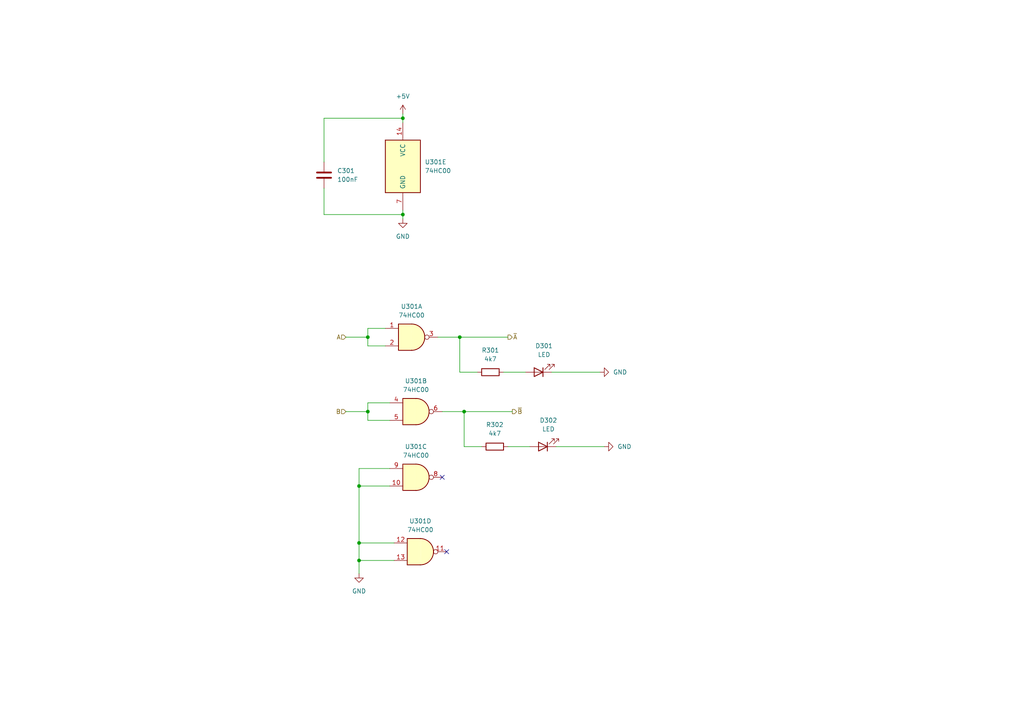
<source format=kicad_sch>
(kicad_sch (version 20211123) (generator eeschema)
  (paper "A4")
  (lib_symbols
    (symbol "74xx:74HC00" (pin_names (offset 1.016))
      (property "Reference" "U" (at 0 1.27 0))
      (property "Value" "74HC00" (at 0 -1.27 0))
      (symbol "74HC00_1_1"
        (arc (start 0 -3.81) (mid 3.81 0) (end 0 3.81) (stroke (width 0.254)) (fill (type background)))
        (polyline (pts (xy 0 3.81) (xy -3.81 3.81) (xy -3.81 -3.81) (xy 0 -3.81)) (stroke (width 0.254)) (fill (type background)))
        (pin input line (at -7.62 2.54 0) (length 3.81) (name "~") (number "1"))
        (pin input line (at -7.62 -2.54 0) (length 3.81) (name "~") (number "2"))
        (pin output inverted (at 7.62 0 180) (length 3.81) (name "~") (number "3"))
      )
      (symbol "74HC00_1_2"
        (arc (start -3.81 -3.81) (mid -2.589 0) (end -3.81 3.81) (stroke (width 0.254)))
        (arc (start -0.6096 -3.81) (mid 2.1842 -2.5851) (end 3.81 0) (stroke (width 0.254)) (fill (type background)))
        (polyline (pts (xy -3.81 -3.81) (xy -0.635 -3.81)) (stroke (width 0.254)) (fill (type background)))
        (polyline (pts (xy -3.81 3.81) (xy -0.635 3.81)) (stroke (width 0.254)) (fill (type background)))
        (polyline (pts (xy -0.635 3.81) (xy -3.81 3.81) (xy -3.81 3.81) (xy -3.556 3.4036) (xy -3.0226 2.2606) (xy -2.6924 1.0414) (xy -2.6162 -0.254) (xy -2.7686 -1.4986) (xy -3.175 -2.7178) (xy -3.81 -3.81) (xy -3.81 -3.81) (xy -0.635 -3.81)) (stroke (width -25.4)) (fill (type background)))
        (arc (start 3.81 0) (mid 2.1915 2.5936) (end -0.6096 3.81) (stroke (width 0.254)) (fill (type background)))
        (pin input inverted (at -7.62 2.54 0) (length 4.318) (name "~") (number "1"))
        (pin input inverted (at -7.62 -2.54 0) (length 4.318) (name "~") (number "2"))
        (pin output line (at 7.62 0 180) (length 3.81) (name "~") (number "3"))
      )
      (symbol "74HC00_2_1"
        (arc (start 0 -3.81) (mid 3.81 0) (end 0 3.81) (stroke (width 0.254)) (fill (type background)))
        (polyline (pts (xy 0 3.81) (xy -3.81 3.81) (xy -3.81 -3.81) (xy 0 -3.81)) (stroke (width 0.254)) (fill (type background)))
        (pin input line (at -7.62 2.54 0) (length 3.81) (name "~") (number "4"))
        (pin input line (at -7.62 -2.54 0) (length 3.81) (name "~") (number "5"))
        (pin output inverted (at 7.62 0 180) (length 3.81) (name "~") (number "6"))
      )
      (symbol "74HC00_2_2"
        (arc (start -3.81 -3.81) (mid -2.589 0) (end -3.81 3.81) (stroke (width 0.254)))
        (arc (start -0.6096 -3.81) (mid 2.1842 -2.5851) (end 3.81 0) (stroke (width 0.254)) (fill (type background)))
        (polyline (pts (xy -3.81 -3.81) (xy -0.635 -3.81)) (stroke (width 0.254)) (fill (type background)))
        (polyline (pts (xy -3.81 3.81) (xy -0.635 3.81)) (stroke (width 0.254)) (fill (type background)))
        (polyline (pts (xy -0.635 3.81) (xy -3.81 3.81) (xy -3.81 3.81) (xy -3.556 3.4036) (xy -3.0226 2.2606) (xy -2.6924 1.0414) (xy -2.6162 -0.254) (xy -2.7686 -1.4986) (xy -3.175 -2.7178) (xy -3.81 -3.81) (xy -3.81 -3.81) (xy -0.635 -3.81)) (stroke (width -25.4)) (fill (type background)))
        (arc (start 3.81 0) (mid 2.1915 2.5936) (end -0.6096 3.81) (stroke (width 0.254)) (fill (type background)))
        (pin input inverted (at -7.62 2.54 0) (length 4.318) (name "~") (number "4"))
        (pin input inverted (at -7.62 -2.54 0) (length 4.318) (name "~") (number "5"))
        (pin output line (at 7.62 0 180) (length 3.81) (name "~") (number "6"))
      )
      (symbol "74HC00_3_1"
        (arc (start 0 -3.81) (mid 3.81 0) (end 0 3.81) (stroke (width 0.254)) (fill (type background)))
        (polyline (pts (xy 0 3.81) (xy -3.81 3.81) (xy -3.81 -3.81) (xy 0 -3.81)) (stroke (width 0.254)) (fill (type background)))
        (pin input line (at -7.62 -2.54 0) (length 3.81) (name "~") (number "10"))
        (pin output inverted (at 7.62 0 180) (length 3.81) (name "~") (number "8"))
        (pin input line (at -7.62 2.54 0) (length 3.81) (name "~") (number "9"))
      )
      (symbol "74HC00_3_2"
        (arc (start -3.81 -3.81) (mid -2.589 0) (end -3.81 3.81) (stroke (width 0.254)))
        (arc (start -0.6096 -3.81) (mid 2.1842 -2.5851) (end 3.81 0) (stroke (width 0.254)) (fill (type background)))
        (polyline (pts (xy -3.81 -3.81) (xy -0.635 -3.81)) (stroke (width 0.254)) (fill (type background)))
        (polyline (pts (xy -3.81 3.81) (xy -0.635 3.81)) (stroke (width 0.254)) (fill (type background)))
        (polyline (pts (xy -0.635 3.81) (xy -3.81 3.81) (xy -3.81 3.81) (xy -3.556 3.4036) (xy -3.0226 2.2606) (xy -2.6924 1.0414) (xy -2.6162 -0.254) (xy -2.7686 -1.4986) (xy -3.175 -2.7178) (xy -3.81 -3.81) (xy -3.81 -3.81) (xy -0.635 -3.81)) (stroke (width -25.4)) (fill (type background)))
        (arc (start 3.81 0) (mid 2.1915 2.5936) (end -0.6096 3.81) (stroke (width 0.254)) (fill (type background)))
        (pin input inverted (at -7.62 -2.54 0) (length 4.318) (name "~") (number "10"))
        (pin output line (at 7.62 0 180) (length 3.81) (name "~") (number "8"))
        (pin input inverted (at -7.62 2.54 0) (length 4.318) (name "~") (number "9"))
      )
      (symbol "74HC00_4_1"
        (arc (start 0 -3.81) (mid 3.81 0) (end 0 3.81) (stroke (width 0.254)) (fill (type background)))
        (polyline (pts (xy 0 3.81) (xy -3.81 3.81) (xy -3.81 -3.81) (xy 0 -3.81)) (stroke (width 0.254)) (fill (type background)))
        (pin output inverted (at 7.62 0 180) (length 3.81) (name "~") (number "11"))
        (pin input line (at -7.62 2.54 0) (length 3.81) (name "~") (number "12"))
        (pin input line (at -7.62 -2.54 0) (length 3.81) (name "~") (number "13"))
      )
      (symbol "74HC00_4_2"
        (arc (start -3.81 -3.81) (mid -2.589 0) (end -3.81 3.81) (stroke (width 0.254)))
        (arc (start -0.6096 -3.81) (mid 2.1842 -2.5851) (end 3.81 0) (stroke (width 0.254)) (fill (type background)))
        (polyline (pts (xy -3.81 -3.81) (xy -0.635 -3.81)) (stroke (width 0.254)) (fill (type background)))
        (polyline (pts (xy -3.81 3.81) (xy -0.635 3.81)) (stroke (width 0.254)) (fill (type background)))
        (polyline (pts (xy -0.635 3.81) (xy -3.81 3.81) (xy -3.81 3.81) (xy -3.556 3.4036) (xy -3.0226 2.2606) (xy -2.6924 1.0414) (xy -2.6162 -0.254) (xy -2.7686 -1.4986) (xy -3.175 -2.7178) (xy -3.81 -3.81) (xy -3.81 -3.81) (xy -0.635 -3.81)) (stroke (width -25.4)) (fill (type background)))
        (arc (start 3.81 0) (mid 2.1915 2.5936) (end -0.6096 3.81) (stroke (width 0.254)) (fill (type background)))
        (pin output line (at 7.62 0 180) (length 3.81) (name "~") (number "11"))
        (pin input inverted (at -7.62 2.54 0) (length 4.318) (name "~") (number "12"))
        (pin input inverted (at -7.62 -2.54 0) (length 4.318) (name "~") (number "13"))
      )
      (symbol "74HC00_5_0"
        (pin power_in line (at 0 12.7 270) (length 5.08) (name "VCC") (number "14"))
        (pin power_in line (at 0 -12.7 90) (length 5.08) (name "GND") (number "7"))
      )
      (symbol "74HC00_5_1"
        (rectangle (start -5.08 7.62) (end 5.08 -7.62) (stroke (width 0.254)) (fill (type background)))
      )
    )
    (symbol "Device:C" (pin_numbers hide) (pin_names (offset 0.254))
      (property "Reference" "C" (at 0.635 2.54 0))
      (property "Value" "C" (at 0.635 -2.54 0))
      (symbol "C_0_1"
        (polyline (pts (xy -2.032 -0.762) (xy 2.032 -0.762)) (stroke (width 0.508)))
        (polyline (pts (xy -2.032 0.762) (xy 2.032 0.762)) (stroke (width 0.508)))
      )
      (symbol "C_1_1"
        (pin passive line (at 0 3.81 270) (length 2.794) (name "~") (number "1"))
        (pin passive line (at 0 -3.81 90) (length 2.794) (name "~") (number "2"))
      )
    )
    (symbol "Device:LED" (pin_numbers hide) (pin_names (offset 1.016) hide)
      (property "Reference" "D" (at 0 2.54 0))
      (property "Value" "LED" (at 0 -2.54 0))
      (symbol "LED_0_1"
        (polyline (pts (xy -1.27 -1.27) (xy -1.27 1.27)) (stroke (width 0.254)))
        (polyline (pts (xy -1.27 0) (xy 1.27 0)))
        (polyline (pts (xy 1.27 -1.27) (xy 1.27 1.27) (xy -1.27 0) (xy 1.27 -1.27)) (stroke (width 0.254)))
        (polyline (pts (xy -3.048 -0.762) (xy -4.572 -2.286) (xy -3.81 -2.286) (xy -4.572 -2.286) (xy -4.572 -1.524)))
        (polyline (pts (xy -1.778 -0.762) (xy -3.302 -2.286) (xy -2.54 -2.286) (xy -3.302 -2.286) (xy -3.302 -1.524)))
      )
      (symbol "LED_1_1"
        (pin passive line (at -3.81 0 0) (length 2.54) (name "K") (number "1"))
        (pin passive line (at 3.81 0 180) (length 2.54) (name "A") (number "2"))
      )
    )
    (symbol "Device:R" (pin_numbers hide) (pin_names (offset 0))
      (property "Reference" "R" (at 2.032 0 90))
      (property "Value" "R" (at 0 0 90))
      (symbol "R_0_1"
        (rectangle (start -1.016 -2.54) (end 1.016 2.54) (stroke (width 0.254)))
      )
      (symbol "R_1_1"
        (pin passive line (at 0 3.81 270) (length 1.27) (name "~") (number "1"))
        (pin passive line (at 0 -3.81 90) (length 1.27) (name "~") (number "2"))
      )
    )
    (symbol "power:+5V" (power) (pin_names (offset 0))
      (property "Value" "+5V" (at 0 3.556 0))
      (symbol "+5V_0_1"
        (polyline (pts (xy -0.762 1.27) (xy 0 2.54)))
        (polyline (pts (xy 0 0) (xy 0 2.54)))
        (polyline (pts (xy 0 2.54) (xy 0.762 1.27)))
      )
      (symbol "+5V_1_1"
        (pin power_in line (at 0 0 90) (length 0) hide (name "+5V") (number "1"))
      )
    )
    (symbol "power:GND" (power) (pin_names (offset 0))
      (property "Value" "GND" (at 0 -3.81 0))
      (symbol "GND_0_1"
        (polyline (pts (xy 0 0) (xy 0 -1.27) (xy 1.27 -1.27) (xy 0 -2.54) (xy -1.27 -1.27) (xy 0 -1.27)))
      )
      (symbol "GND_1_1"
        (pin power_in line (at 0 0 270) (length 0) hide (name "GND") (number "1"))
      )
    )
  )
  (junction (at 104.14 140.97))
  (junction (at 133.35 97.79))
  (junction (at 104.14 157.48))
  (junction (at 104.14 162.56))
  (junction (at 106.68 97.79))
  (junction (at 134.62 119.38))
  (junction (at 116.84 34.29))
  (junction (at 106.68 119.38))
  (junction (at 116.84 62.23))
  (no_connect (at 128.27 138.43))
  (no_connect (at 129.54 160.02))
  (wire (pts (xy 113.03 121.92) (xy 106.68 121.92)))
  (wire (pts (xy 116.84 62.23) (xy 116.84 63.5)))
  (wire (pts (xy 93.98 62.23) (xy 116.84 62.23)))
  (wire (pts (xy 111.76 100.33) (xy 106.68 100.33)))
  (wire (pts (xy 100.33 119.38) (xy 106.68 119.38)))
  (wire (pts (xy 147.32 129.54) (xy 153.67 129.54)))
  (wire (pts (xy 133.35 107.95) (xy 133.35 97.79)))
  (wire (pts (xy 93.98 54.61) (xy 93.98 62.23)))
  (wire (pts (xy 138.43 107.95) (xy 133.35 107.95)))
  (wire (pts (xy 106.68 121.92) (xy 106.68 119.38)))
  (wire (pts (xy 160.02 107.95) (xy 173.99 107.95)))
  (wire (pts (xy 134.62 129.54) (xy 134.62 119.38)))
  (wire (pts (xy 106.68 100.33) (xy 106.68 97.79)))
  (wire (pts (xy 139.7 129.54) (xy 134.62 129.54)))
  (wire (pts (xy 104.14 157.48) (xy 104.14 140.97)))
  (wire (pts (xy 106.68 95.25) (xy 111.76 95.25)))
  (wire (pts (xy 93.98 34.29) (xy 93.98 46.99)))
  (wire (pts (xy 116.84 34.29) (xy 93.98 34.29)))
  (wire (pts (xy 104.14 162.56) (xy 104.14 157.48)))
  (wire (pts (xy 100.33 97.79) (xy 106.68 97.79)))
  (wire (pts (xy 104.14 135.89) (xy 113.03 135.89)))
  (wire (pts (xy 134.62 119.38) (xy 148.59 119.38)))
  (wire (pts (xy 106.68 97.79) (xy 106.68 95.25)))
  (wire (pts (xy 104.14 157.48) (xy 114.3 157.48)))
  (wire (pts (xy 104.14 140.97) (xy 113.03 140.97)))
  (wire (pts (xy 106.68 119.38) (xy 106.68 116.84)))
  (wire (pts (xy 104.14 140.97) (xy 104.14 135.89)))
  (wire (pts (xy 128.27 119.38) (xy 134.62 119.38)))
  (wire (pts (xy 104.14 162.56) (xy 114.3 162.56)))
  (wire (pts (xy 106.68 116.84) (xy 113.03 116.84)))
  (wire (pts (xy 116.84 33.02) (xy 116.84 34.29)))
  (wire (pts (xy 133.35 97.79) (xy 147.32 97.79)))
  (wire (pts (xy 127 97.79) (xy 133.35 97.79)))
  (wire (pts (xy 161.29 129.54) (xy 175.26 129.54)))
  (wire (pts (xy 116.84 62.23) (xy 116.84 60.96)))
  (wire (pts (xy 146.05 107.95) (xy 152.4 107.95)))
  (wire (pts (xy 104.14 166.37) (xy 104.14 162.56)))
  (wire (pts (xy 116.84 34.29) (xy 116.84 35.56)))
  (hierarchical_label "A" (shape input) (at 100.33 97.79 180))
  (hierarchical_label "B" (shape input) (at 100.33 119.38 180))
  (hierarchical_label "~{A}" (shape output) (at 147.32 97.79 0))
  (hierarchical_label "~{B}" (shape output) (at 148.59 119.38 0))
  (symbol (lib_id "power:GND") (at 173.99 107.95 90) (unit 1)
    (property "Reference" "#PWR0304" (effects hide))
    (property "Value" "GND" (at 177.8 107.9499 90) (effects (justify right)))
  )
  (symbol (lib_id "power:GND") (at 104.14 166.37 0) (unit 1)
    (property "Reference" "#PWR0301" (effects hide))
    (property "Value" "GND" (at 104.14 171.45 0))
  )
  (symbol (lib_id "74xx:74HC00") (at 120.65 119.38 0) (unit 2)
    (property "Reference" "U301" (at 120.65 110.49 0))
    (property "Value" "74HC00" (at 120.65 113.03 0))
    (property "Footprint" "Package_DIP:DIP-14_W7.62mm_Socket" (effects hide))
    (property "Datasheet" "http://www.ti.com/lit/gpn/sn74hc00" (effects hide))
  )
  (symbol (lib_id "Device:R") (at 142.24 107.95 90) (unit 1)
    (property "Reference" "R301" (at 142.24 101.6 90))
    (property "Value" "4k7" (at 142.24 104.14 90))
    (property "Footprint" "Resistor_THT:R_Axial_DIN0207_L6.3mm_D2.5mm_P7.62mm_Horizontal" (effects hide))
  )
  (symbol (lib_id "Device:LED") (at 156.21 107.95 180) (unit 1)
    (property "Reference" "D301" (at 157.7975 100.33 0))
    (property "Value" "LED" (at 157.7975 102.87 0))
    (property "Footprint" "LED_THT:LED_D3.0mm" (effects hide))
  )
  (symbol (lib_id "74xx:74HC00") (at 116.84 48.26 0) (unit 5)
    (property "Reference" "U301" (at 123.19 46.9899 0) (effects (justify left)))
    (property "Value" "74HC00" (at 123.19 49.5299 0) (effects (justify left)))
    (property "Footprint" "Package_DIP:DIP-14_W7.62mm_Socket" (effects hide))
    (property "Datasheet" "http://www.ti.com/lit/gpn/sn74hc00" (effects hide))
  )
  (symbol (lib_id "Device:R") (at 143.51 129.54 90) (unit 1)
    (property "Reference" "R302" (at 143.51 123.19 90))
    (property "Value" "4k7" (at 143.51 125.73 90))
    (property "Footprint" "Resistor_THT:R_Axial_DIN0207_L6.3mm_D2.5mm_P7.62mm_Horizontal" (effects hide))
  )
  (symbol (lib_id "74xx:74HC00") (at 119.38 97.79 0) (unit 1)
    (property "Reference" "U301" (at 119.38 88.9 0))
    (property "Value" "74HC00" (at 119.38 91.44 0))
    (property "Footprint" "Package_DIP:DIP-14_W7.62mm_Socket" (effects hide))
    (property "Datasheet" "http://www.ti.com/lit/gpn/sn74hc00" (effects hide))
  )
  (symbol (lib_id "power:GND") (at 116.84 63.5 0) (unit 1)
    (property "Reference" "#PWR0303" (effects hide))
    (property "Value" "GND" (at 116.84 68.58 0))
  )
  (symbol (lib_id "power:GND") (at 175.26 129.54 90) (unit 1)
    (property "Reference" "#PWR0305" (effects hide))
    (property "Value" "GND" (at 179.07 129.5399 90) (effects (justify right)))
  )
  (symbol (lib_id "power:+5V") (at 116.84 33.02 0) (unit 1)
    (property "Reference" "#PWR0302" (effects hide))
    (property "Value" "+5V" (at 116.84 27.94 0))
  )
  (symbol (lib_id "Device:C") (at 93.98 50.8 180) (unit 1)
    (property "Reference" "C301" (at 97.79 49.5299 0) (effects (justify right)))
    (property "Value" "100nF" (at 97.79 52.0699 0) (effects (justify right)))
    (property "Footprint" "Capacitor_THT:C_Disc_D5.0mm_W2.5mm_P5.00mm" (effects hide))
  )
  (symbol (lib_id "74xx:74HC00") (at 120.65 138.43 0) (unit 3)
    (property "Reference" "U301" (at 120.65 129.54 0))
    (property "Value" "74HC00" (at 120.65 132.08 0))
    (property "Footprint" "Package_DIP:DIP-14_W7.62mm_Socket" (effects hide))
    (property "Datasheet" "http://www.ti.com/lit/gpn/sn74hc00" (effects hide))
  )
  (symbol (lib_id "Device:LED") (at 157.48 129.54 180) (unit 1)
    (property "Reference" "D302" (at 159.0675 121.92 0))
    (property "Value" "LED" (at 159.0675 124.46 0))
    (property "Footprint" "LED_THT:LED_D3.0mm" (effects hide))
  )
  (symbol (lib_id "74xx:74HC00") (at 121.92 160.02 0) (unit 4)
    (property "Reference" "U301" (at 121.92 151.13 0))
    (property "Value" "74HC00" (at 121.92 153.67 0))
    (property "Footprint" "Package_DIP:DIP-14_W7.62mm_Socket" (effects hide))
    (property "Datasheet" "http://www.ti.com/lit/gpn/sn74hc00" (effects hide))
  )
)
</source>
